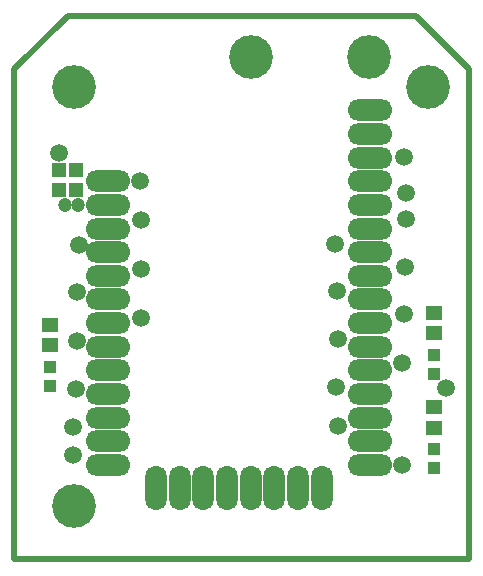
<source format=gts>
G04 Layer_Color=8388736*
%FSLAX44Y44*%
%MOMM*%
G71*
G01*
G75*
%ADD16C,0.5000*%
%ADD31R,1.3208X1.2192*%
%ADD32R,1.0160X1.0160*%
%ADD33R,1.2032X1.2032*%
%ADD34O,3.8032X1.8032*%
%ADD35O,1.8032X3.8032*%
%ADD36C,3.7032*%
%ADD37C,1.5032*%
%ADD38C,1.2032*%
D16*
X250000Y250000D02*
Y665000D01*
X295000Y710000D01*
X590000D01*
X635000Y665000D01*
Y250000D02*
Y665000D01*
X250000Y250000D02*
X635000D01*
D31*
X280000Y448636D02*
D03*
Y431500D02*
D03*
X605000Y458636D02*
D03*
Y441500D02*
D03*
Y378636D02*
D03*
Y361500D02*
D03*
D32*
X280000Y413128D02*
D03*
Y397000D02*
D03*
X605000Y423128D02*
D03*
Y407000D02*
D03*
Y343128D02*
D03*
Y327000D02*
D03*
D33*
X287750Y563000D02*
D03*
Y580000D02*
D03*
X302000D02*
D03*
Y563000D02*
D03*
D34*
X329000Y570000D02*
D03*
Y550000D02*
D03*
Y530000D02*
D03*
Y510000D02*
D03*
Y490000D02*
D03*
Y470000D02*
D03*
Y450000D02*
D03*
Y430000D02*
D03*
Y410000D02*
D03*
Y390000D02*
D03*
Y370000D02*
D03*
Y350000D02*
D03*
Y330000D02*
D03*
X551000Y330000D02*
D03*
Y350000D02*
D03*
Y370000D02*
D03*
X551000Y390000D02*
D03*
Y410000D02*
D03*
Y430000D02*
D03*
Y450000D02*
D03*
Y470000D02*
D03*
Y490000D02*
D03*
Y510000D02*
D03*
Y530000D02*
D03*
Y550000D02*
D03*
Y570000D02*
D03*
Y590000D02*
D03*
Y610000D02*
D03*
Y630000D02*
D03*
D35*
X370000Y310000D02*
D03*
X390000D02*
D03*
X410000D02*
D03*
X430000Y310000D02*
D03*
X450000D02*
D03*
X470000D02*
D03*
X490000D02*
D03*
X510000D02*
D03*
D36*
X450000Y675000D02*
D03*
X550000D02*
D03*
X300000Y650000D02*
D03*
X600000D02*
D03*
X300000Y295000D02*
D03*
D37*
X299750Y362000D02*
D03*
X299500Y338500D02*
D03*
X302500Y394250D02*
D03*
X303250Y434500D02*
D03*
X357250Y454000D02*
D03*
X303250Y476000D02*
D03*
X357500Y495500D02*
D03*
Y537250D02*
D03*
X579750Y590500D02*
D03*
X356500Y570000D02*
D03*
X288000Y594250D02*
D03*
X523750Y363000D02*
D03*
X522000Y395750D02*
D03*
X578250Y416500D02*
D03*
X523750Y436250D02*
D03*
X579750Y458000D02*
D03*
X522750Y477000D02*
D03*
X580250Y497750D02*
D03*
X521250Y517000D02*
D03*
X581750Y538250D02*
D03*
X581250Y560250D02*
D03*
X305000Y516500D02*
D03*
X615000Y395000D02*
D03*
X578000Y330000D02*
D03*
D38*
X304000Y550250D02*
D03*
X292500Y550000D02*
D03*
M02*

</source>
